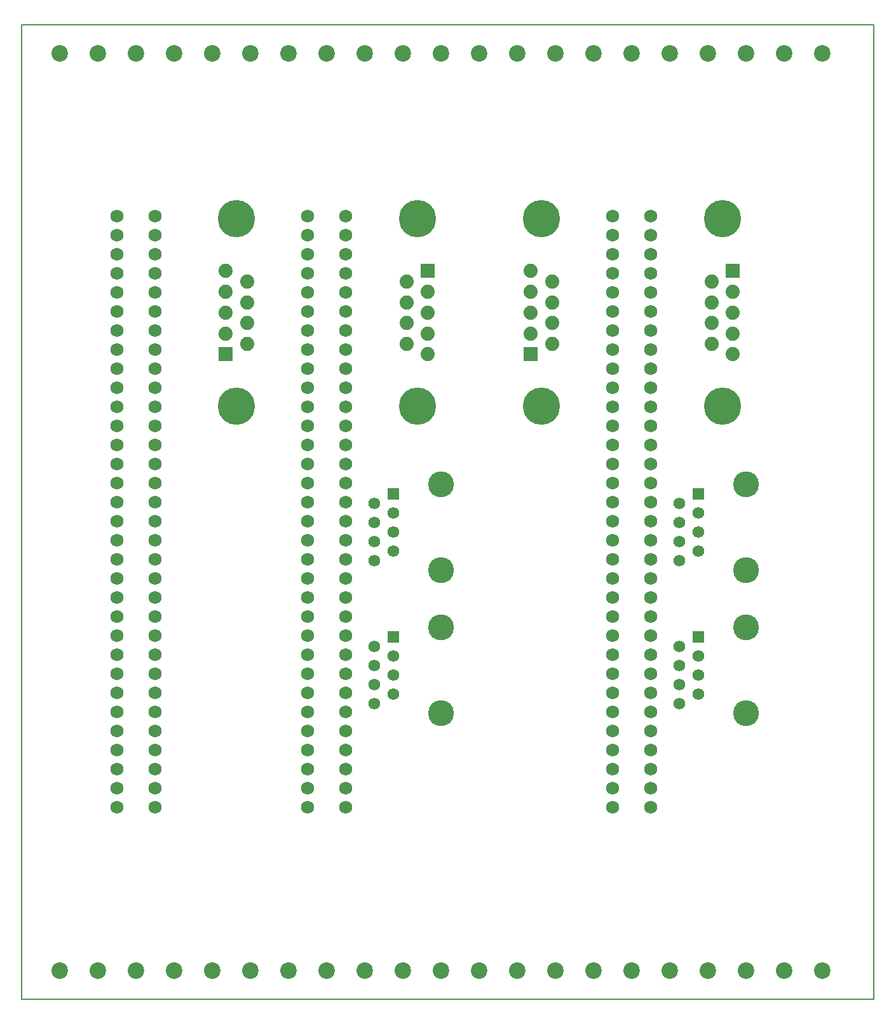
<source format=gts>
%FSTAX23Y23*%
%MOMM*%
%SFA1B1*%

%IPPOS*%
%ADD13C,0.130000*%
%ADD24C,1.729997*%
%ADD25C,2.199996*%
%ADD26C,1.889996*%
%ADD27R,1.889996X1.889996*%
%ADD28C,4.959990*%
%ADD29R,1.569997X1.569997*%
%ADD30C,1.569997*%
%ADD31C,3.449993*%
%LNbackplane-1*%
%LPD*%
G54D13*
X40639Y76199D02*
X154179D01*
Y205999D02*
Y76199D01*
X40639Y205999D02*
X154179D01*
X40639D02*
Y76199D01*
G54D24*
X83819Y180469D03*
Y177929D03*
Y175389D03*
Y172849D03*
Y170309D03*
Y167769D03*
Y165229D03*
Y162689D03*
Y160149D03*
Y157609D03*
Y155069D03*
Y152529D03*
Y149989D03*
Y147449D03*
Y144909D03*
Y142369D03*
Y139829D03*
Y137289D03*
Y134749D03*
Y132209D03*
Y129669D03*
Y127129D03*
Y124589D03*
Y122049D03*
Y119509D03*
Y116969D03*
Y114429D03*
Y111889D03*
Y109349D03*
Y106809D03*
Y104269D03*
Y101729D03*
X78739Y180469D03*
Y177929D03*
Y175389D03*
Y172849D03*
Y170309D03*
Y167769D03*
Y165229D03*
Y162689D03*
Y160149D03*
Y157609D03*
Y155069D03*
Y152529D03*
Y149989D03*
Y147449D03*
Y144909D03*
Y142369D03*
Y139829D03*
Y137289D03*
Y134749D03*
Y132209D03*
Y129669D03*
Y127129D03*
Y124589D03*
Y122049D03*
Y119509D03*
Y116969D03*
Y114429D03*
Y111889D03*
Y109349D03*
Y106809D03*
Y104269D03*
Y101729D03*
X58419Y180469D03*
Y177929D03*
Y175389D03*
Y172849D03*
Y170309D03*
Y167769D03*
Y165229D03*
Y162689D03*
Y160149D03*
Y157609D03*
Y155069D03*
Y152529D03*
Y149989D03*
Y147449D03*
Y144909D03*
Y142369D03*
Y139829D03*
Y137289D03*
Y134749D03*
Y132209D03*
Y129669D03*
Y127129D03*
Y124589D03*
Y122049D03*
Y119509D03*
Y116969D03*
Y114429D03*
Y111889D03*
Y109349D03*
Y106809D03*
Y104269D03*
Y101729D03*
X53339Y180469D03*
Y177929D03*
Y175389D03*
Y172849D03*
Y170309D03*
Y167769D03*
Y165229D03*
Y162689D03*
Y160149D03*
Y157609D03*
Y155069D03*
Y152529D03*
Y149989D03*
Y147449D03*
Y144909D03*
Y142369D03*
Y139829D03*
Y137289D03*
Y134749D03*
Y132209D03*
Y129669D03*
Y127129D03*
Y124589D03*
Y122049D03*
Y119509D03*
Y116969D03*
Y114429D03*
Y111889D03*
Y109349D03*
Y106809D03*
Y104269D03*
Y101729D03*
X124459Y180469D03*
Y177929D03*
Y175389D03*
Y172849D03*
Y170309D03*
Y167769D03*
Y165229D03*
Y162689D03*
Y160149D03*
Y157609D03*
Y155069D03*
Y152529D03*
Y149989D03*
Y147449D03*
Y144909D03*
Y142369D03*
Y139829D03*
Y137289D03*
Y134749D03*
Y132209D03*
Y129669D03*
Y127129D03*
Y124589D03*
Y122049D03*
Y119509D03*
Y116969D03*
Y114429D03*
Y111889D03*
Y109349D03*
Y106809D03*
Y104269D03*
Y101729D03*
X119379Y180469D03*
Y177929D03*
Y175389D03*
Y172849D03*
Y170309D03*
Y167769D03*
Y165229D03*
Y162689D03*
Y160149D03*
Y157609D03*
Y155069D03*
Y152529D03*
Y149989D03*
Y147449D03*
Y144909D03*
Y142369D03*
Y139829D03*
Y137289D03*
Y134749D03*
Y132209D03*
Y129669D03*
Y127129D03*
Y124589D03*
Y122049D03*
Y119509D03*
Y116969D03*
Y114429D03*
Y111889D03*
Y109349D03*
Y106809D03*
Y104269D03*
Y101729D03*
G54D25*
X60959Y202209D03*
X55879D03*
X66039D03*
X81279D03*
X71119D03*
X76199D03*
X96519D03*
X86359D03*
X91439D03*
X137159D03*
X132079D03*
X142239D03*
X121919D03*
X116839D03*
X126999D03*
X111759D03*
X101599D03*
X106679D03*
X147319D03*
X55879Y79979D03*
X60959D03*
X71119D03*
X66039D03*
X86359D03*
X91439D03*
X81279D03*
X76199D03*
X116839D03*
X121919D03*
X132079D03*
X126999D03*
X106679D03*
X111759D03*
X101599D03*
X96519D03*
X147319D03*
X142239D03*
X137159D03*
X45719Y202209D03*
X50799D03*
Y79979D03*
X45719D03*
G54D26*
X67819Y173179D03*
X70659Y171789D03*
X67819Y170409D03*
X70659Y169019D03*
X67819Y167639D03*
X70659Y166259D03*
X67819Y164869D03*
X70659Y163489D03*
X94739Y162099D03*
X91899Y163489D03*
X94739Y164869D03*
X91899Y166259D03*
X94739Y167639D03*
X91899Y169019D03*
X94739Y170409D03*
X91899Y171789D03*
X108459Y173179D03*
X111299Y171789D03*
X108459Y170409D03*
X111299Y169019D03*
X108459Y167639D03*
X111299Y166259D03*
X108459Y164869D03*
X111299Y163489D03*
X135379Y162099D03*
X132539Y163489D03*
X135379Y164869D03*
X132539Y166259D03*
X135379Y167639D03*
X132539Y169019D03*
X135379Y170409D03*
X132539Y171789D03*
G54D27*
X67819Y162099D03*
X94739Y173179D03*
X108459Y162099D03*
X135379Y173179D03*
G54D28*
X69239Y155149D03*
Y180129D03*
X93319D03*
Y155149D03*
X109879D03*
Y180129D03*
X133959D03*
Y155149D03*
G54D29*
X90169Y143509D03*
Y124459D03*
X130809Y143509D03*
Y124459D03*
G54D30*
X87629Y142239D03*
X90169Y140969D03*
X87629Y139699D03*
X90169Y138429D03*
X87629Y137159D03*
X90169Y135889D03*
X87629Y134619D03*
Y123189D03*
X90169Y121919D03*
X87629Y120649D03*
X90169Y119379D03*
X87629Y118109D03*
X90169Y116839D03*
X87629Y115569D03*
X128269Y142239D03*
X130809Y140969D03*
X128269Y139699D03*
X130809Y138429D03*
X128269Y137159D03*
X130809Y135889D03*
X128269Y134619D03*
Y123189D03*
X130809Y121919D03*
X128269Y120649D03*
X130809Y119379D03*
X128269Y118109D03*
X130809Y116839D03*
X128269Y115569D03*
G54D31*
X96519Y144779D03*
Y133349D03*
Y125729D03*
Y114299D03*
X137159Y144779D03*
Y133349D03*
Y125729D03*
Y114299D03*
M02*
</source>
